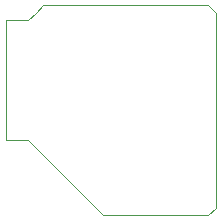
<source format=gbr>
%TF.GenerationSoftware,KiCad,Pcbnew,8.0.6*%
%TF.CreationDate,2025-01-04T22:08:10+01:00*%
%TF.ProjectId,hall-tester,68616c6c-2d74-4657-9374-65722e6b6963,rev?*%
%TF.SameCoordinates,Original*%
%TF.FileFunction,Profile,NP*%
%FSLAX46Y46*%
G04 Gerber Fmt 4.6, Leading zero omitted, Abs format (unit mm)*
G04 Created by KiCad (PCBNEW 8.0.6) date 2025-01-04 22:08:10*
%MOMM*%
%LPD*%
G01*
G04 APERTURE LIST*
%TA.AperFunction,Profile*%
%ADD10C,0.050000*%
%TD*%
G04 APERTURE END LIST*
D10*
X94615000Y-58420000D02*
X108585000Y-58420000D01*
X100330000Y-76200000D02*
X99695000Y-76200000D01*
X108585000Y-76200000D02*
X100330000Y-76200000D01*
X109220000Y-59055000D02*
X109220000Y-75565000D01*
X109220000Y-75565000D02*
X108585000Y-76200000D01*
X109220000Y-59055000D02*
X108585000Y-58420000D01*
X93345000Y-69850000D02*
X93980000Y-70485000D01*
X91440000Y-69850000D02*
X93345000Y-69850000D01*
X93345000Y-59690000D02*
X93980000Y-59055000D01*
X91440000Y-59690000D02*
X93345000Y-59690000D01*
X94615000Y-58420000D02*
X93980000Y-59055000D01*
X91440000Y-59690000D02*
X91440000Y-69850000D01*
X93980000Y-70485000D02*
X99695000Y-76200000D01*
M02*

</source>
